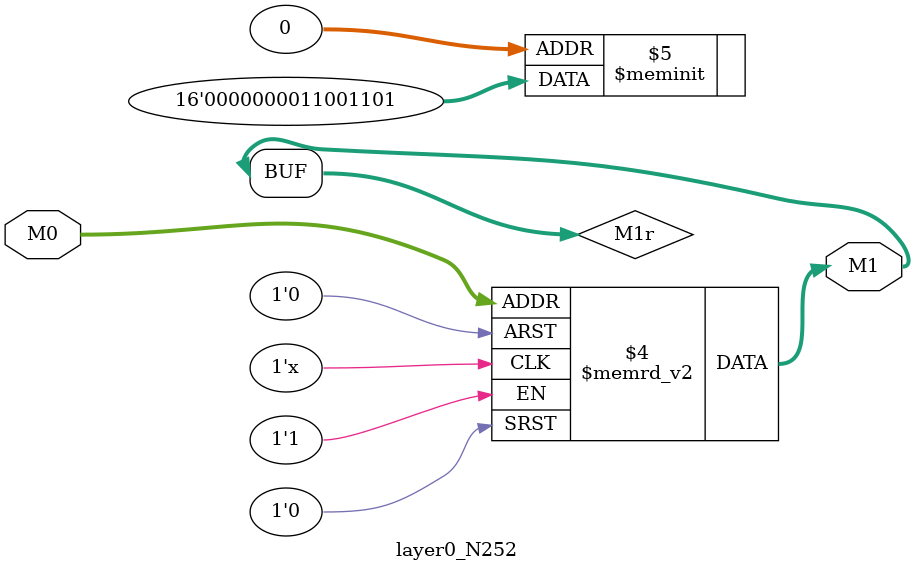
<source format=v>
module layer0_N252 ( input [2:0] M0, output [1:0] M1 );

	(*rom_style = "distributed" *) reg [1:0] M1r;
	assign M1 = M1r;
	always @ (M0) begin
		case (M0)
			3'b000: M1r = 2'b01;
			3'b100: M1r = 2'b00;
			3'b010: M1r = 2'b00;
			3'b110: M1r = 2'b00;
			3'b001: M1r = 2'b11;
			3'b101: M1r = 2'b00;
			3'b011: M1r = 2'b11;
			3'b111: M1r = 2'b00;

		endcase
	end
endmodule

</source>
